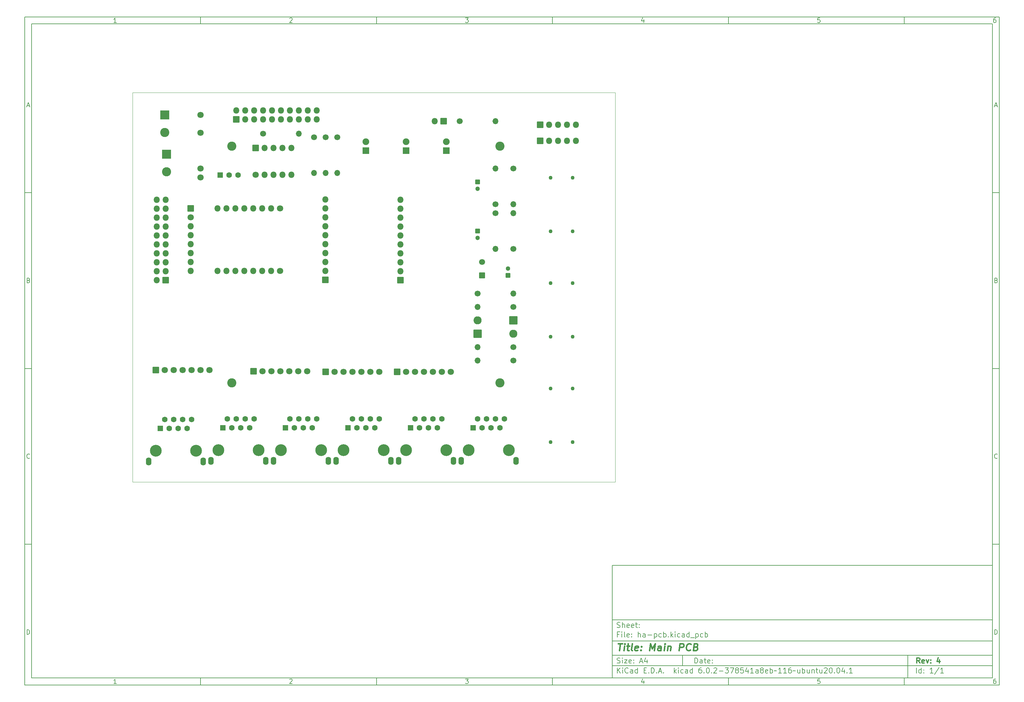
<source format=gbr>
%TF.GenerationSoftware,KiCad,Pcbnew,6.0.2-378541a8eb~116~ubuntu20.04.1*%
%TF.CreationDate,2022-03-11T14:48:04+02:00*%
%TF.ProjectId,ha-pcb,68612d70-6362-42e6-9b69-6361645f7063,4*%
%TF.SameCoordinates,Original*%
%TF.FileFunction,Soldermask,Bot*%
%TF.FilePolarity,Negative*%
%FSLAX46Y46*%
G04 Gerber Fmt 4.6, Leading zero omitted, Abs format (unit mm)*
G04 Created by KiCad (PCBNEW 6.0.2-378541a8eb~116~ubuntu20.04.1) date 2022-03-11 14:48:04*
%MOMM*%
%LPD*%
G01*
G04 APERTURE LIST*
G04 Aperture macros list*
%AMRoundRect*
0 Rectangle with rounded corners*
0 $1 Rounding radius*
0 $2 $3 $4 $5 $6 $7 $8 $9 X,Y pos of 4 corners*
0 Add a 4 corners polygon primitive as box body*
4,1,4,$2,$3,$4,$5,$6,$7,$8,$9,$2,$3,0*
0 Add four circle primitives for the rounded corners*
1,1,$1+$1,$2,$3*
1,1,$1+$1,$4,$5*
1,1,$1+$1,$6,$7*
1,1,$1+$1,$8,$9*
0 Add four rect primitives between the rounded corners*
20,1,$1+$1,$2,$3,$4,$5,0*
20,1,$1+$1,$4,$5,$6,$7,0*
20,1,$1+$1,$6,$7,$8,$9,0*
20,1,$1+$1,$8,$9,$2,$3,0*%
G04 Aperture macros list end*
%ADD10C,0.100000*%
%ADD11C,0.150000*%
%ADD12C,0.300000*%
%ADD13C,0.400000*%
%TA.AperFunction,Profile*%
%ADD14C,0.100000*%
%TD*%
%ADD15RoundRect,0.050000X-0.850000X0.850000X-0.850000X-0.850000X0.850000X-0.850000X0.850000X0.850000X0*%
%ADD16O,1.800000X1.800000*%
%ADD17C,1.700000*%
%ADD18O,1.700000X1.700000*%
%ADD19RoundRect,0.050000X-1.250000X1.250000X-1.250000X-1.250000X1.250000X-1.250000X1.250000X1.250000X0*%
%ADD20C,2.600000*%
%ADD21C,3.350000*%
%ADD22RoundRect,0.050000X0.750000X0.750000X-0.750000X0.750000X-0.750000X-0.750000X0.750000X-0.750000X0*%
%ADD23C,1.600000*%
%ADD24O,1.600000X2.300000*%
%ADD25RoundRect,0.050000X0.900000X-0.900000X0.900000X0.900000X-0.900000X0.900000X-0.900000X-0.900000X0*%
%ADD26C,1.900000*%
%ADD27RoundRect,0.050000X0.800000X-0.800000X0.800000X0.800000X-0.800000X0.800000X-0.800000X-0.800000X0*%
%ADD28RoundRect,0.050000X-0.850000X-0.850000X0.850000X-0.850000X0.850000X0.850000X-0.850000X0.850000X0*%
%ADD29C,1.800000*%
%ADD30RoundRect,0.050000X0.850000X-0.850000X0.850000X0.850000X-0.850000X0.850000X-0.850000X-0.850000X0*%
%ADD31RoundRect,0.050000X0.600000X-0.600000X0.600000X0.600000X-0.600000X0.600000X-0.600000X-0.600000X0*%
%ADD32C,1.300000*%
%ADD33C,1.100000*%
%ADD34RoundRect,0.050000X1.100000X1.100000X-1.100000X1.100000X-1.100000X-1.100000X1.100000X-1.100000X0*%
%ADD35O,2.300000X2.300000*%
%ADD36RoundRect,0.050000X-0.600000X0.600000X-0.600000X-0.600000X0.600000X-0.600000X0.600000X0.600000X0*%
%ADD37RoundRect,0.050000X0.850000X0.850000X-0.850000X0.850000X-0.850000X-0.850000X0.850000X-0.850000X0*%
%ADD38RoundRect,0.050000X-1.100000X-1.100000X1.100000X-1.100000X1.100000X1.100000X-1.100000X1.100000X0*%
%ADD39RoundRect,0.050000X-0.750000X-0.750000X0.750000X-0.750000X0.750000X0.750000X-0.750000X0.750000X0*%
G04 APERTURE END LIST*
D10*
D11*
X177002200Y-166007200D02*
X177002200Y-198007200D01*
X285002200Y-198007200D01*
X285002200Y-166007200D01*
X177002200Y-166007200D01*
D10*
D11*
X10000000Y-10000000D02*
X10000000Y-200007200D01*
X287002200Y-200007200D01*
X287002200Y-10000000D01*
X10000000Y-10000000D01*
D10*
D11*
X12000000Y-12000000D02*
X12000000Y-198007200D01*
X285002200Y-198007200D01*
X285002200Y-12000000D01*
X12000000Y-12000000D01*
D10*
D11*
X60000000Y-12000000D02*
X60000000Y-10000000D01*
D10*
D11*
X110000000Y-12000000D02*
X110000000Y-10000000D01*
D10*
D11*
X160000000Y-12000000D02*
X160000000Y-10000000D01*
D10*
D11*
X210000000Y-12000000D02*
X210000000Y-10000000D01*
D10*
D11*
X260000000Y-12000000D02*
X260000000Y-10000000D01*
D10*
D11*
X36065476Y-11588095D02*
X35322619Y-11588095D01*
X35694047Y-11588095D02*
X35694047Y-10288095D01*
X35570238Y-10473809D01*
X35446428Y-10597619D01*
X35322619Y-10659523D01*
D10*
D11*
X85322619Y-10411904D02*
X85384523Y-10350000D01*
X85508333Y-10288095D01*
X85817857Y-10288095D01*
X85941666Y-10350000D01*
X86003571Y-10411904D01*
X86065476Y-10535714D01*
X86065476Y-10659523D01*
X86003571Y-10845238D01*
X85260714Y-11588095D01*
X86065476Y-11588095D01*
D10*
D11*
X135260714Y-10288095D02*
X136065476Y-10288095D01*
X135632142Y-10783333D01*
X135817857Y-10783333D01*
X135941666Y-10845238D01*
X136003571Y-10907142D01*
X136065476Y-11030952D01*
X136065476Y-11340476D01*
X136003571Y-11464285D01*
X135941666Y-11526190D01*
X135817857Y-11588095D01*
X135446428Y-11588095D01*
X135322619Y-11526190D01*
X135260714Y-11464285D01*
D10*
D11*
X185941666Y-10721428D02*
X185941666Y-11588095D01*
X185632142Y-10226190D02*
X185322619Y-11154761D01*
X186127380Y-11154761D01*
D10*
D11*
X236003571Y-10288095D02*
X235384523Y-10288095D01*
X235322619Y-10907142D01*
X235384523Y-10845238D01*
X235508333Y-10783333D01*
X235817857Y-10783333D01*
X235941666Y-10845238D01*
X236003571Y-10907142D01*
X236065476Y-11030952D01*
X236065476Y-11340476D01*
X236003571Y-11464285D01*
X235941666Y-11526190D01*
X235817857Y-11588095D01*
X235508333Y-11588095D01*
X235384523Y-11526190D01*
X235322619Y-11464285D01*
D10*
D11*
X285941666Y-10288095D02*
X285694047Y-10288095D01*
X285570238Y-10350000D01*
X285508333Y-10411904D01*
X285384523Y-10597619D01*
X285322619Y-10845238D01*
X285322619Y-11340476D01*
X285384523Y-11464285D01*
X285446428Y-11526190D01*
X285570238Y-11588095D01*
X285817857Y-11588095D01*
X285941666Y-11526190D01*
X286003571Y-11464285D01*
X286065476Y-11340476D01*
X286065476Y-11030952D01*
X286003571Y-10907142D01*
X285941666Y-10845238D01*
X285817857Y-10783333D01*
X285570238Y-10783333D01*
X285446428Y-10845238D01*
X285384523Y-10907142D01*
X285322619Y-11030952D01*
D10*
D11*
X60000000Y-198007200D02*
X60000000Y-200007200D01*
D10*
D11*
X110000000Y-198007200D02*
X110000000Y-200007200D01*
D10*
D11*
X160000000Y-198007200D02*
X160000000Y-200007200D01*
D10*
D11*
X210000000Y-198007200D02*
X210000000Y-200007200D01*
D10*
D11*
X260000000Y-198007200D02*
X260000000Y-200007200D01*
D10*
D11*
X36065476Y-199595295D02*
X35322619Y-199595295D01*
X35694047Y-199595295D02*
X35694047Y-198295295D01*
X35570238Y-198481009D01*
X35446428Y-198604819D01*
X35322619Y-198666723D01*
D10*
D11*
X85322619Y-198419104D02*
X85384523Y-198357200D01*
X85508333Y-198295295D01*
X85817857Y-198295295D01*
X85941666Y-198357200D01*
X86003571Y-198419104D01*
X86065476Y-198542914D01*
X86065476Y-198666723D01*
X86003571Y-198852438D01*
X85260714Y-199595295D01*
X86065476Y-199595295D01*
D10*
D11*
X135260714Y-198295295D02*
X136065476Y-198295295D01*
X135632142Y-198790533D01*
X135817857Y-198790533D01*
X135941666Y-198852438D01*
X136003571Y-198914342D01*
X136065476Y-199038152D01*
X136065476Y-199347676D01*
X136003571Y-199471485D01*
X135941666Y-199533390D01*
X135817857Y-199595295D01*
X135446428Y-199595295D01*
X135322619Y-199533390D01*
X135260714Y-199471485D01*
D10*
D11*
X185941666Y-198728628D02*
X185941666Y-199595295D01*
X185632142Y-198233390D02*
X185322619Y-199161961D01*
X186127380Y-199161961D01*
D10*
D11*
X236003571Y-198295295D02*
X235384523Y-198295295D01*
X235322619Y-198914342D01*
X235384523Y-198852438D01*
X235508333Y-198790533D01*
X235817857Y-198790533D01*
X235941666Y-198852438D01*
X236003571Y-198914342D01*
X236065476Y-199038152D01*
X236065476Y-199347676D01*
X236003571Y-199471485D01*
X235941666Y-199533390D01*
X235817857Y-199595295D01*
X235508333Y-199595295D01*
X235384523Y-199533390D01*
X235322619Y-199471485D01*
D10*
D11*
X285941666Y-198295295D02*
X285694047Y-198295295D01*
X285570238Y-198357200D01*
X285508333Y-198419104D01*
X285384523Y-198604819D01*
X285322619Y-198852438D01*
X285322619Y-199347676D01*
X285384523Y-199471485D01*
X285446428Y-199533390D01*
X285570238Y-199595295D01*
X285817857Y-199595295D01*
X285941666Y-199533390D01*
X286003571Y-199471485D01*
X286065476Y-199347676D01*
X286065476Y-199038152D01*
X286003571Y-198914342D01*
X285941666Y-198852438D01*
X285817857Y-198790533D01*
X285570238Y-198790533D01*
X285446428Y-198852438D01*
X285384523Y-198914342D01*
X285322619Y-199038152D01*
D10*
D11*
X10000000Y-60000000D02*
X12000000Y-60000000D01*
D10*
D11*
X10000000Y-110000000D02*
X12000000Y-110000000D01*
D10*
D11*
X10000000Y-160000000D02*
X12000000Y-160000000D01*
D10*
D11*
X10690476Y-35216666D02*
X11309523Y-35216666D01*
X10566666Y-35588095D02*
X11000000Y-34288095D01*
X11433333Y-35588095D01*
D10*
D11*
X11092857Y-84907142D02*
X11278571Y-84969047D01*
X11340476Y-85030952D01*
X11402380Y-85154761D01*
X11402380Y-85340476D01*
X11340476Y-85464285D01*
X11278571Y-85526190D01*
X11154761Y-85588095D01*
X10659523Y-85588095D01*
X10659523Y-84288095D01*
X11092857Y-84288095D01*
X11216666Y-84350000D01*
X11278571Y-84411904D01*
X11340476Y-84535714D01*
X11340476Y-84659523D01*
X11278571Y-84783333D01*
X11216666Y-84845238D01*
X11092857Y-84907142D01*
X10659523Y-84907142D01*
D10*
D11*
X11402380Y-135464285D02*
X11340476Y-135526190D01*
X11154761Y-135588095D01*
X11030952Y-135588095D01*
X10845238Y-135526190D01*
X10721428Y-135402380D01*
X10659523Y-135278571D01*
X10597619Y-135030952D01*
X10597619Y-134845238D01*
X10659523Y-134597619D01*
X10721428Y-134473809D01*
X10845238Y-134350000D01*
X11030952Y-134288095D01*
X11154761Y-134288095D01*
X11340476Y-134350000D01*
X11402380Y-134411904D01*
D10*
D11*
X10659523Y-185588095D02*
X10659523Y-184288095D01*
X10969047Y-184288095D01*
X11154761Y-184350000D01*
X11278571Y-184473809D01*
X11340476Y-184597619D01*
X11402380Y-184845238D01*
X11402380Y-185030952D01*
X11340476Y-185278571D01*
X11278571Y-185402380D01*
X11154761Y-185526190D01*
X10969047Y-185588095D01*
X10659523Y-185588095D01*
D10*
D11*
X287002200Y-60000000D02*
X285002200Y-60000000D01*
D10*
D11*
X287002200Y-110000000D02*
X285002200Y-110000000D01*
D10*
D11*
X287002200Y-160000000D02*
X285002200Y-160000000D01*
D10*
D11*
X285692676Y-35216666D02*
X286311723Y-35216666D01*
X285568866Y-35588095D02*
X286002200Y-34288095D01*
X286435533Y-35588095D01*
D10*
D11*
X286095057Y-84907142D02*
X286280771Y-84969047D01*
X286342676Y-85030952D01*
X286404580Y-85154761D01*
X286404580Y-85340476D01*
X286342676Y-85464285D01*
X286280771Y-85526190D01*
X286156961Y-85588095D01*
X285661723Y-85588095D01*
X285661723Y-84288095D01*
X286095057Y-84288095D01*
X286218866Y-84350000D01*
X286280771Y-84411904D01*
X286342676Y-84535714D01*
X286342676Y-84659523D01*
X286280771Y-84783333D01*
X286218866Y-84845238D01*
X286095057Y-84907142D01*
X285661723Y-84907142D01*
D10*
D11*
X286404580Y-135464285D02*
X286342676Y-135526190D01*
X286156961Y-135588095D01*
X286033152Y-135588095D01*
X285847438Y-135526190D01*
X285723628Y-135402380D01*
X285661723Y-135278571D01*
X285599819Y-135030952D01*
X285599819Y-134845238D01*
X285661723Y-134597619D01*
X285723628Y-134473809D01*
X285847438Y-134350000D01*
X286033152Y-134288095D01*
X286156961Y-134288095D01*
X286342676Y-134350000D01*
X286404580Y-134411904D01*
D10*
D11*
X285661723Y-185588095D02*
X285661723Y-184288095D01*
X285971247Y-184288095D01*
X286156961Y-184350000D01*
X286280771Y-184473809D01*
X286342676Y-184597619D01*
X286404580Y-184845238D01*
X286404580Y-185030952D01*
X286342676Y-185278571D01*
X286280771Y-185402380D01*
X286156961Y-185526190D01*
X285971247Y-185588095D01*
X285661723Y-185588095D01*
D10*
D11*
X200434342Y-193785771D02*
X200434342Y-192285771D01*
X200791485Y-192285771D01*
X201005771Y-192357200D01*
X201148628Y-192500057D01*
X201220057Y-192642914D01*
X201291485Y-192928628D01*
X201291485Y-193142914D01*
X201220057Y-193428628D01*
X201148628Y-193571485D01*
X201005771Y-193714342D01*
X200791485Y-193785771D01*
X200434342Y-193785771D01*
X202577200Y-193785771D02*
X202577200Y-193000057D01*
X202505771Y-192857200D01*
X202362914Y-192785771D01*
X202077200Y-192785771D01*
X201934342Y-192857200D01*
X202577200Y-193714342D02*
X202434342Y-193785771D01*
X202077200Y-193785771D01*
X201934342Y-193714342D01*
X201862914Y-193571485D01*
X201862914Y-193428628D01*
X201934342Y-193285771D01*
X202077200Y-193214342D01*
X202434342Y-193214342D01*
X202577200Y-193142914D01*
X203077200Y-192785771D02*
X203648628Y-192785771D01*
X203291485Y-192285771D02*
X203291485Y-193571485D01*
X203362914Y-193714342D01*
X203505771Y-193785771D01*
X203648628Y-193785771D01*
X204720057Y-193714342D02*
X204577200Y-193785771D01*
X204291485Y-193785771D01*
X204148628Y-193714342D01*
X204077200Y-193571485D01*
X204077200Y-193000057D01*
X204148628Y-192857200D01*
X204291485Y-192785771D01*
X204577200Y-192785771D01*
X204720057Y-192857200D01*
X204791485Y-193000057D01*
X204791485Y-193142914D01*
X204077200Y-193285771D01*
X205434342Y-193642914D02*
X205505771Y-193714342D01*
X205434342Y-193785771D01*
X205362914Y-193714342D01*
X205434342Y-193642914D01*
X205434342Y-193785771D01*
X205434342Y-192857200D02*
X205505771Y-192928628D01*
X205434342Y-193000057D01*
X205362914Y-192928628D01*
X205434342Y-192857200D01*
X205434342Y-193000057D01*
D10*
D11*
X177002200Y-194507200D02*
X285002200Y-194507200D01*
D10*
D11*
X178434342Y-196585771D02*
X178434342Y-195085771D01*
X179291485Y-196585771D02*
X178648628Y-195728628D01*
X179291485Y-195085771D02*
X178434342Y-195942914D01*
X179934342Y-196585771D02*
X179934342Y-195585771D01*
X179934342Y-195085771D02*
X179862914Y-195157200D01*
X179934342Y-195228628D01*
X180005771Y-195157200D01*
X179934342Y-195085771D01*
X179934342Y-195228628D01*
X181505771Y-196442914D02*
X181434342Y-196514342D01*
X181220057Y-196585771D01*
X181077200Y-196585771D01*
X180862914Y-196514342D01*
X180720057Y-196371485D01*
X180648628Y-196228628D01*
X180577200Y-195942914D01*
X180577200Y-195728628D01*
X180648628Y-195442914D01*
X180720057Y-195300057D01*
X180862914Y-195157200D01*
X181077200Y-195085771D01*
X181220057Y-195085771D01*
X181434342Y-195157200D01*
X181505771Y-195228628D01*
X182791485Y-196585771D02*
X182791485Y-195800057D01*
X182720057Y-195657200D01*
X182577200Y-195585771D01*
X182291485Y-195585771D01*
X182148628Y-195657200D01*
X182791485Y-196514342D02*
X182648628Y-196585771D01*
X182291485Y-196585771D01*
X182148628Y-196514342D01*
X182077200Y-196371485D01*
X182077200Y-196228628D01*
X182148628Y-196085771D01*
X182291485Y-196014342D01*
X182648628Y-196014342D01*
X182791485Y-195942914D01*
X184148628Y-196585771D02*
X184148628Y-195085771D01*
X184148628Y-196514342D02*
X184005771Y-196585771D01*
X183720057Y-196585771D01*
X183577200Y-196514342D01*
X183505771Y-196442914D01*
X183434342Y-196300057D01*
X183434342Y-195871485D01*
X183505771Y-195728628D01*
X183577200Y-195657200D01*
X183720057Y-195585771D01*
X184005771Y-195585771D01*
X184148628Y-195657200D01*
X186005771Y-195800057D02*
X186505771Y-195800057D01*
X186720057Y-196585771D02*
X186005771Y-196585771D01*
X186005771Y-195085771D01*
X186720057Y-195085771D01*
X187362914Y-196442914D02*
X187434342Y-196514342D01*
X187362914Y-196585771D01*
X187291485Y-196514342D01*
X187362914Y-196442914D01*
X187362914Y-196585771D01*
X188077200Y-196585771D02*
X188077200Y-195085771D01*
X188434342Y-195085771D01*
X188648628Y-195157200D01*
X188791485Y-195300057D01*
X188862914Y-195442914D01*
X188934342Y-195728628D01*
X188934342Y-195942914D01*
X188862914Y-196228628D01*
X188791485Y-196371485D01*
X188648628Y-196514342D01*
X188434342Y-196585771D01*
X188077200Y-196585771D01*
X189577200Y-196442914D02*
X189648628Y-196514342D01*
X189577200Y-196585771D01*
X189505771Y-196514342D01*
X189577200Y-196442914D01*
X189577200Y-196585771D01*
X190220057Y-196157200D02*
X190934342Y-196157200D01*
X190077200Y-196585771D02*
X190577200Y-195085771D01*
X191077200Y-196585771D01*
X191577200Y-196442914D02*
X191648628Y-196514342D01*
X191577200Y-196585771D01*
X191505771Y-196514342D01*
X191577200Y-196442914D01*
X191577200Y-196585771D01*
X194577200Y-196585771D02*
X194577200Y-195085771D01*
X194720057Y-196014342D02*
X195148628Y-196585771D01*
X195148628Y-195585771D02*
X194577200Y-196157200D01*
X195791485Y-196585771D02*
X195791485Y-195585771D01*
X195791485Y-195085771D02*
X195720057Y-195157200D01*
X195791485Y-195228628D01*
X195862914Y-195157200D01*
X195791485Y-195085771D01*
X195791485Y-195228628D01*
X197148628Y-196514342D02*
X197005771Y-196585771D01*
X196720057Y-196585771D01*
X196577200Y-196514342D01*
X196505771Y-196442914D01*
X196434342Y-196300057D01*
X196434342Y-195871485D01*
X196505771Y-195728628D01*
X196577200Y-195657200D01*
X196720057Y-195585771D01*
X197005771Y-195585771D01*
X197148628Y-195657200D01*
X198434342Y-196585771D02*
X198434342Y-195800057D01*
X198362914Y-195657200D01*
X198220057Y-195585771D01*
X197934342Y-195585771D01*
X197791485Y-195657200D01*
X198434342Y-196514342D02*
X198291485Y-196585771D01*
X197934342Y-196585771D01*
X197791485Y-196514342D01*
X197720057Y-196371485D01*
X197720057Y-196228628D01*
X197791485Y-196085771D01*
X197934342Y-196014342D01*
X198291485Y-196014342D01*
X198434342Y-195942914D01*
X199791485Y-196585771D02*
X199791485Y-195085771D01*
X199791485Y-196514342D02*
X199648628Y-196585771D01*
X199362914Y-196585771D01*
X199220057Y-196514342D01*
X199148628Y-196442914D01*
X199077200Y-196300057D01*
X199077200Y-195871485D01*
X199148628Y-195728628D01*
X199220057Y-195657200D01*
X199362914Y-195585771D01*
X199648628Y-195585771D01*
X199791485Y-195657200D01*
X202291485Y-195085771D02*
X202005771Y-195085771D01*
X201862914Y-195157200D01*
X201791485Y-195228628D01*
X201648628Y-195442914D01*
X201577200Y-195728628D01*
X201577200Y-196300057D01*
X201648628Y-196442914D01*
X201720057Y-196514342D01*
X201862914Y-196585771D01*
X202148628Y-196585771D01*
X202291485Y-196514342D01*
X202362914Y-196442914D01*
X202434342Y-196300057D01*
X202434342Y-195942914D01*
X202362914Y-195800057D01*
X202291485Y-195728628D01*
X202148628Y-195657200D01*
X201862914Y-195657200D01*
X201720057Y-195728628D01*
X201648628Y-195800057D01*
X201577200Y-195942914D01*
X203077200Y-196442914D02*
X203148628Y-196514342D01*
X203077200Y-196585771D01*
X203005771Y-196514342D01*
X203077200Y-196442914D01*
X203077200Y-196585771D01*
X204077200Y-195085771D02*
X204220057Y-195085771D01*
X204362914Y-195157200D01*
X204434342Y-195228628D01*
X204505771Y-195371485D01*
X204577200Y-195657200D01*
X204577200Y-196014342D01*
X204505771Y-196300057D01*
X204434342Y-196442914D01*
X204362914Y-196514342D01*
X204220057Y-196585771D01*
X204077200Y-196585771D01*
X203934342Y-196514342D01*
X203862914Y-196442914D01*
X203791485Y-196300057D01*
X203720057Y-196014342D01*
X203720057Y-195657200D01*
X203791485Y-195371485D01*
X203862914Y-195228628D01*
X203934342Y-195157200D01*
X204077200Y-195085771D01*
X205220057Y-196442914D02*
X205291485Y-196514342D01*
X205220057Y-196585771D01*
X205148628Y-196514342D01*
X205220057Y-196442914D01*
X205220057Y-196585771D01*
X205862914Y-195228628D02*
X205934342Y-195157200D01*
X206077200Y-195085771D01*
X206434342Y-195085771D01*
X206577200Y-195157200D01*
X206648628Y-195228628D01*
X206720057Y-195371485D01*
X206720057Y-195514342D01*
X206648628Y-195728628D01*
X205791485Y-196585771D01*
X206720057Y-196585771D01*
X207362914Y-196014342D02*
X208505771Y-196014342D01*
X209077200Y-195085771D02*
X210005771Y-195085771D01*
X209505771Y-195657200D01*
X209720057Y-195657200D01*
X209862914Y-195728628D01*
X209934342Y-195800057D01*
X210005771Y-195942914D01*
X210005771Y-196300057D01*
X209934342Y-196442914D01*
X209862914Y-196514342D01*
X209720057Y-196585771D01*
X209291485Y-196585771D01*
X209148628Y-196514342D01*
X209077200Y-196442914D01*
X210505771Y-195085771D02*
X211505771Y-195085771D01*
X210862914Y-196585771D01*
X212291485Y-195728628D02*
X212148628Y-195657200D01*
X212077200Y-195585771D01*
X212005771Y-195442914D01*
X212005771Y-195371485D01*
X212077200Y-195228628D01*
X212148628Y-195157200D01*
X212291485Y-195085771D01*
X212577200Y-195085771D01*
X212720057Y-195157200D01*
X212791485Y-195228628D01*
X212862914Y-195371485D01*
X212862914Y-195442914D01*
X212791485Y-195585771D01*
X212720057Y-195657200D01*
X212577200Y-195728628D01*
X212291485Y-195728628D01*
X212148628Y-195800057D01*
X212077200Y-195871485D01*
X212005771Y-196014342D01*
X212005771Y-196300057D01*
X212077200Y-196442914D01*
X212148628Y-196514342D01*
X212291485Y-196585771D01*
X212577200Y-196585771D01*
X212720057Y-196514342D01*
X212791485Y-196442914D01*
X212862914Y-196300057D01*
X212862914Y-196014342D01*
X212791485Y-195871485D01*
X212720057Y-195800057D01*
X212577200Y-195728628D01*
X214220057Y-195085771D02*
X213505771Y-195085771D01*
X213434342Y-195800057D01*
X213505771Y-195728628D01*
X213648628Y-195657200D01*
X214005771Y-195657200D01*
X214148628Y-195728628D01*
X214220057Y-195800057D01*
X214291485Y-195942914D01*
X214291485Y-196300057D01*
X214220057Y-196442914D01*
X214148628Y-196514342D01*
X214005771Y-196585771D01*
X213648628Y-196585771D01*
X213505771Y-196514342D01*
X213434342Y-196442914D01*
X215577200Y-195585771D02*
X215577200Y-196585771D01*
X215220057Y-195014342D02*
X214862914Y-196085771D01*
X215791485Y-196085771D01*
X217148628Y-196585771D02*
X216291485Y-196585771D01*
X216720057Y-196585771D02*
X216720057Y-195085771D01*
X216577200Y-195300057D01*
X216434342Y-195442914D01*
X216291485Y-195514342D01*
X218434342Y-196585771D02*
X218434342Y-195800057D01*
X218362914Y-195657200D01*
X218220057Y-195585771D01*
X217934342Y-195585771D01*
X217791485Y-195657200D01*
X218434342Y-196514342D02*
X218291485Y-196585771D01*
X217934342Y-196585771D01*
X217791485Y-196514342D01*
X217720057Y-196371485D01*
X217720057Y-196228628D01*
X217791485Y-196085771D01*
X217934342Y-196014342D01*
X218291485Y-196014342D01*
X218434342Y-195942914D01*
X219362914Y-195728628D02*
X219220057Y-195657200D01*
X219148628Y-195585771D01*
X219077200Y-195442914D01*
X219077200Y-195371485D01*
X219148628Y-195228628D01*
X219220057Y-195157200D01*
X219362914Y-195085771D01*
X219648628Y-195085771D01*
X219791485Y-195157200D01*
X219862914Y-195228628D01*
X219934342Y-195371485D01*
X219934342Y-195442914D01*
X219862914Y-195585771D01*
X219791485Y-195657200D01*
X219648628Y-195728628D01*
X219362914Y-195728628D01*
X219220057Y-195800057D01*
X219148628Y-195871485D01*
X219077200Y-196014342D01*
X219077200Y-196300057D01*
X219148628Y-196442914D01*
X219220057Y-196514342D01*
X219362914Y-196585771D01*
X219648628Y-196585771D01*
X219791485Y-196514342D01*
X219862914Y-196442914D01*
X219934342Y-196300057D01*
X219934342Y-196014342D01*
X219862914Y-195871485D01*
X219791485Y-195800057D01*
X219648628Y-195728628D01*
X221148628Y-196514342D02*
X221005771Y-196585771D01*
X220720057Y-196585771D01*
X220577200Y-196514342D01*
X220505771Y-196371485D01*
X220505771Y-195800057D01*
X220577200Y-195657200D01*
X220720057Y-195585771D01*
X221005771Y-195585771D01*
X221148628Y-195657200D01*
X221220057Y-195800057D01*
X221220057Y-195942914D01*
X220505771Y-196085771D01*
X221862914Y-196585771D02*
X221862914Y-195085771D01*
X221862914Y-195657200D02*
X222005771Y-195585771D01*
X222291485Y-195585771D01*
X222434342Y-195657200D01*
X222505771Y-195728628D01*
X222577200Y-195871485D01*
X222577200Y-196300057D01*
X222505771Y-196442914D01*
X222434342Y-196514342D01*
X222291485Y-196585771D01*
X222005771Y-196585771D01*
X221862914Y-196514342D01*
X223005771Y-196014342D02*
X223077200Y-195942914D01*
X223220057Y-195871485D01*
X223505771Y-196014342D01*
X223648628Y-195942914D01*
X223720057Y-195871485D01*
X225077200Y-196585771D02*
X224220057Y-196585771D01*
X224648628Y-196585771D02*
X224648628Y-195085771D01*
X224505771Y-195300057D01*
X224362914Y-195442914D01*
X224220057Y-195514342D01*
X226505771Y-196585771D02*
X225648628Y-196585771D01*
X226077200Y-196585771D02*
X226077200Y-195085771D01*
X225934342Y-195300057D01*
X225791485Y-195442914D01*
X225648628Y-195514342D01*
X227791485Y-195085771D02*
X227505771Y-195085771D01*
X227362914Y-195157200D01*
X227291485Y-195228628D01*
X227148628Y-195442914D01*
X227077199Y-195728628D01*
X227077199Y-196300057D01*
X227148628Y-196442914D01*
X227220057Y-196514342D01*
X227362914Y-196585771D01*
X227648628Y-196585771D01*
X227791485Y-196514342D01*
X227862914Y-196442914D01*
X227934342Y-196300057D01*
X227934342Y-195942914D01*
X227862914Y-195800057D01*
X227791485Y-195728628D01*
X227648628Y-195657200D01*
X227362914Y-195657200D01*
X227220057Y-195728628D01*
X227148628Y-195800057D01*
X227077199Y-195942914D01*
X228362914Y-196014342D02*
X228434342Y-195942914D01*
X228577199Y-195871485D01*
X228862914Y-196014342D01*
X229005771Y-195942914D01*
X229077199Y-195871485D01*
X230291485Y-195585771D02*
X230291485Y-196585771D01*
X229648628Y-195585771D02*
X229648628Y-196371485D01*
X229720057Y-196514342D01*
X229862914Y-196585771D01*
X230077199Y-196585771D01*
X230220057Y-196514342D01*
X230291485Y-196442914D01*
X231005771Y-196585771D02*
X231005771Y-195085771D01*
X231005771Y-195657200D02*
X231148628Y-195585771D01*
X231434342Y-195585771D01*
X231577199Y-195657200D01*
X231648628Y-195728628D01*
X231720057Y-195871485D01*
X231720057Y-196300057D01*
X231648628Y-196442914D01*
X231577199Y-196514342D01*
X231434342Y-196585771D01*
X231148628Y-196585771D01*
X231005771Y-196514342D01*
X233005771Y-195585771D02*
X233005771Y-196585771D01*
X232362914Y-195585771D02*
X232362914Y-196371485D01*
X232434342Y-196514342D01*
X232577200Y-196585771D01*
X232791485Y-196585771D01*
X232934342Y-196514342D01*
X233005771Y-196442914D01*
X233720057Y-195585771D02*
X233720057Y-196585771D01*
X233720057Y-195728628D02*
X233791485Y-195657200D01*
X233934342Y-195585771D01*
X234148628Y-195585771D01*
X234291485Y-195657200D01*
X234362914Y-195800057D01*
X234362914Y-196585771D01*
X234862914Y-195585771D02*
X235434342Y-195585771D01*
X235077200Y-195085771D02*
X235077200Y-196371485D01*
X235148628Y-196514342D01*
X235291485Y-196585771D01*
X235434342Y-196585771D01*
X236577200Y-195585771D02*
X236577200Y-196585771D01*
X235934342Y-195585771D02*
X235934342Y-196371485D01*
X236005771Y-196514342D01*
X236148628Y-196585771D01*
X236362914Y-196585771D01*
X236505771Y-196514342D01*
X236577200Y-196442914D01*
X237220057Y-195228628D02*
X237291485Y-195157200D01*
X237434342Y-195085771D01*
X237791485Y-195085771D01*
X237934342Y-195157200D01*
X238005771Y-195228628D01*
X238077200Y-195371485D01*
X238077200Y-195514342D01*
X238005771Y-195728628D01*
X237148628Y-196585771D01*
X238077200Y-196585771D01*
X239005771Y-195085771D02*
X239148628Y-195085771D01*
X239291485Y-195157200D01*
X239362914Y-195228628D01*
X239434342Y-195371485D01*
X239505771Y-195657200D01*
X239505771Y-196014342D01*
X239434342Y-196300057D01*
X239362914Y-196442914D01*
X239291485Y-196514342D01*
X239148628Y-196585771D01*
X239005771Y-196585771D01*
X238862914Y-196514342D01*
X238791485Y-196442914D01*
X238720057Y-196300057D01*
X238648628Y-196014342D01*
X238648628Y-195657200D01*
X238720057Y-195371485D01*
X238791485Y-195228628D01*
X238862914Y-195157200D01*
X239005771Y-195085771D01*
X240148628Y-196442914D02*
X240220057Y-196514342D01*
X240148628Y-196585771D01*
X240077199Y-196514342D01*
X240148628Y-196442914D01*
X240148628Y-196585771D01*
X241148628Y-195085771D02*
X241291485Y-195085771D01*
X241434342Y-195157200D01*
X241505771Y-195228628D01*
X241577200Y-195371485D01*
X241648628Y-195657200D01*
X241648628Y-196014342D01*
X241577200Y-196300057D01*
X241505771Y-196442914D01*
X241434342Y-196514342D01*
X241291485Y-196585771D01*
X241148628Y-196585771D01*
X241005771Y-196514342D01*
X240934342Y-196442914D01*
X240862914Y-196300057D01*
X240791485Y-196014342D01*
X240791485Y-195657200D01*
X240862914Y-195371485D01*
X240934342Y-195228628D01*
X241005771Y-195157200D01*
X241148628Y-195085771D01*
X242934342Y-195585771D02*
X242934342Y-196585771D01*
X242577199Y-195014342D02*
X242220057Y-196085771D01*
X243148628Y-196085771D01*
X243720057Y-196442914D02*
X243791485Y-196514342D01*
X243720057Y-196585771D01*
X243648628Y-196514342D01*
X243720057Y-196442914D01*
X243720057Y-196585771D01*
X245220057Y-196585771D02*
X244362914Y-196585771D01*
X244791485Y-196585771D02*
X244791485Y-195085771D01*
X244648628Y-195300057D01*
X244505771Y-195442914D01*
X244362914Y-195514342D01*
D10*
D11*
X177002200Y-191507200D02*
X285002200Y-191507200D01*
D10*
D12*
X264411485Y-193785771D02*
X263911485Y-193071485D01*
X263554342Y-193785771D02*
X263554342Y-192285771D01*
X264125771Y-192285771D01*
X264268628Y-192357200D01*
X264340057Y-192428628D01*
X264411485Y-192571485D01*
X264411485Y-192785771D01*
X264340057Y-192928628D01*
X264268628Y-193000057D01*
X264125771Y-193071485D01*
X263554342Y-193071485D01*
X265625771Y-193714342D02*
X265482914Y-193785771D01*
X265197200Y-193785771D01*
X265054342Y-193714342D01*
X264982914Y-193571485D01*
X264982914Y-193000057D01*
X265054342Y-192857200D01*
X265197200Y-192785771D01*
X265482914Y-192785771D01*
X265625771Y-192857200D01*
X265697200Y-193000057D01*
X265697200Y-193142914D01*
X264982914Y-193285771D01*
X266197200Y-192785771D02*
X266554342Y-193785771D01*
X266911485Y-192785771D01*
X267482914Y-193642914D02*
X267554342Y-193714342D01*
X267482914Y-193785771D01*
X267411485Y-193714342D01*
X267482914Y-193642914D01*
X267482914Y-193785771D01*
X267482914Y-192857200D02*
X267554342Y-192928628D01*
X267482914Y-193000057D01*
X267411485Y-192928628D01*
X267482914Y-192857200D01*
X267482914Y-193000057D01*
X269982914Y-192785771D02*
X269982914Y-193785771D01*
X269625771Y-192214342D02*
X269268628Y-193285771D01*
X270197200Y-193285771D01*
D10*
D11*
X178362914Y-193714342D02*
X178577200Y-193785771D01*
X178934342Y-193785771D01*
X179077200Y-193714342D01*
X179148628Y-193642914D01*
X179220057Y-193500057D01*
X179220057Y-193357200D01*
X179148628Y-193214342D01*
X179077200Y-193142914D01*
X178934342Y-193071485D01*
X178648628Y-193000057D01*
X178505771Y-192928628D01*
X178434342Y-192857200D01*
X178362914Y-192714342D01*
X178362914Y-192571485D01*
X178434342Y-192428628D01*
X178505771Y-192357200D01*
X178648628Y-192285771D01*
X179005771Y-192285771D01*
X179220057Y-192357200D01*
X179862914Y-193785771D02*
X179862914Y-192785771D01*
X179862914Y-192285771D02*
X179791485Y-192357200D01*
X179862914Y-192428628D01*
X179934342Y-192357200D01*
X179862914Y-192285771D01*
X179862914Y-192428628D01*
X180434342Y-192785771D02*
X181220057Y-192785771D01*
X180434342Y-193785771D01*
X181220057Y-193785771D01*
X182362914Y-193714342D02*
X182220057Y-193785771D01*
X181934342Y-193785771D01*
X181791485Y-193714342D01*
X181720057Y-193571485D01*
X181720057Y-193000057D01*
X181791485Y-192857200D01*
X181934342Y-192785771D01*
X182220057Y-192785771D01*
X182362914Y-192857200D01*
X182434342Y-193000057D01*
X182434342Y-193142914D01*
X181720057Y-193285771D01*
X183077200Y-193642914D02*
X183148628Y-193714342D01*
X183077200Y-193785771D01*
X183005771Y-193714342D01*
X183077200Y-193642914D01*
X183077200Y-193785771D01*
X183077200Y-192857200D02*
X183148628Y-192928628D01*
X183077200Y-193000057D01*
X183005771Y-192928628D01*
X183077200Y-192857200D01*
X183077200Y-193000057D01*
X184862914Y-193357200D02*
X185577200Y-193357200D01*
X184720057Y-193785771D02*
X185220057Y-192285771D01*
X185720057Y-193785771D01*
X186862914Y-192785771D02*
X186862914Y-193785771D01*
X186505771Y-192214342D02*
X186148628Y-193285771D01*
X187077200Y-193285771D01*
D10*
D11*
X263434342Y-196585771D02*
X263434342Y-195085771D01*
X264791485Y-196585771D02*
X264791485Y-195085771D01*
X264791485Y-196514342D02*
X264648628Y-196585771D01*
X264362914Y-196585771D01*
X264220057Y-196514342D01*
X264148628Y-196442914D01*
X264077200Y-196300057D01*
X264077200Y-195871485D01*
X264148628Y-195728628D01*
X264220057Y-195657200D01*
X264362914Y-195585771D01*
X264648628Y-195585771D01*
X264791485Y-195657200D01*
X265505771Y-196442914D02*
X265577200Y-196514342D01*
X265505771Y-196585771D01*
X265434342Y-196514342D01*
X265505771Y-196442914D01*
X265505771Y-196585771D01*
X265505771Y-195657200D02*
X265577200Y-195728628D01*
X265505771Y-195800057D01*
X265434342Y-195728628D01*
X265505771Y-195657200D01*
X265505771Y-195800057D01*
X268148628Y-196585771D02*
X267291485Y-196585771D01*
X267720057Y-196585771D02*
X267720057Y-195085771D01*
X267577200Y-195300057D01*
X267434342Y-195442914D01*
X267291485Y-195514342D01*
X269862914Y-195014342D02*
X268577200Y-196942914D01*
X271148628Y-196585771D02*
X270291485Y-196585771D01*
X270720057Y-196585771D02*
X270720057Y-195085771D01*
X270577200Y-195300057D01*
X270434342Y-195442914D01*
X270291485Y-195514342D01*
D10*
D11*
X177002200Y-187507200D02*
X285002200Y-187507200D01*
D10*
D13*
X178714580Y-188211961D02*
X179857438Y-188211961D01*
X179036009Y-190211961D02*
X179286009Y-188211961D01*
X180274104Y-190211961D02*
X180440771Y-188878628D01*
X180524104Y-188211961D02*
X180416961Y-188307200D01*
X180500295Y-188402438D01*
X180607438Y-188307200D01*
X180524104Y-188211961D01*
X180500295Y-188402438D01*
X181107438Y-188878628D02*
X181869342Y-188878628D01*
X181476485Y-188211961D02*
X181262200Y-189926247D01*
X181333628Y-190116723D01*
X181512200Y-190211961D01*
X181702676Y-190211961D01*
X182655057Y-190211961D02*
X182476485Y-190116723D01*
X182405057Y-189926247D01*
X182619342Y-188211961D01*
X184190771Y-190116723D02*
X183988390Y-190211961D01*
X183607438Y-190211961D01*
X183428866Y-190116723D01*
X183357438Y-189926247D01*
X183452676Y-189164342D01*
X183571723Y-188973866D01*
X183774104Y-188878628D01*
X184155057Y-188878628D01*
X184333628Y-188973866D01*
X184405057Y-189164342D01*
X184381247Y-189354819D01*
X183405057Y-189545295D01*
X185155057Y-190021485D02*
X185238390Y-190116723D01*
X185131247Y-190211961D01*
X185047914Y-190116723D01*
X185155057Y-190021485D01*
X185131247Y-190211961D01*
X185286009Y-188973866D02*
X185369342Y-189069104D01*
X185262200Y-189164342D01*
X185178866Y-189069104D01*
X185286009Y-188973866D01*
X185262200Y-189164342D01*
X187607438Y-190211961D02*
X187857438Y-188211961D01*
X188345533Y-189640533D01*
X189190771Y-188211961D01*
X188940771Y-190211961D01*
X190750295Y-190211961D02*
X190881247Y-189164342D01*
X190809819Y-188973866D01*
X190631247Y-188878628D01*
X190250295Y-188878628D01*
X190047914Y-188973866D01*
X190762200Y-190116723D02*
X190559819Y-190211961D01*
X190083628Y-190211961D01*
X189905057Y-190116723D01*
X189833628Y-189926247D01*
X189857438Y-189735771D01*
X189976485Y-189545295D01*
X190178866Y-189450057D01*
X190655057Y-189450057D01*
X190857438Y-189354819D01*
X191702676Y-190211961D02*
X191869342Y-188878628D01*
X191952676Y-188211961D02*
X191845533Y-188307200D01*
X191928866Y-188402438D01*
X192036009Y-188307200D01*
X191952676Y-188211961D01*
X191928866Y-188402438D01*
X192821723Y-188878628D02*
X192655057Y-190211961D01*
X192797914Y-189069104D02*
X192905057Y-188973866D01*
X193107438Y-188878628D01*
X193393152Y-188878628D01*
X193571723Y-188973866D01*
X193643152Y-189164342D01*
X193512200Y-190211961D01*
X195988390Y-190211961D02*
X196238390Y-188211961D01*
X197000295Y-188211961D01*
X197178866Y-188307200D01*
X197262200Y-188402438D01*
X197333628Y-188592914D01*
X197297914Y-188878628D01*
X197178866Y-189069104D01*
X197071723Y-189164342D01*
X196869342Y-189259580D01*
X196107438Y-189259580D01*
X199155057Y-190021485D02*
X199047914Y-190116723D01*
X198750295Y-190211961D01*
X198559819Y-190211961D01*
X198286009Y-190116723D01*
X198119342Y-189926247D01*
X198047914Y-189735771D01*
X198000295Y-189354819D01*
X198036009Y-189069104D01*
X198178866Y-188688152D01*
X198297914Y-188497676D01*
X198512200Y-188307200D01*
X198809819Y-188211961D01*
X199000295Y-188211961D01*
X199274104Y-188307200D01*
X199357438Y-188402438D01*
X200786009Y-189164342D02*
X201059819Y-189259580D01*
X201143152Y-189354819D01*
X201214580Y-189545295D01*
X201178866Y-189831009D01*
X201059819Y-190021485D01*
X200952676Y-190116723D01*
X200750295Y-190211961D01*
X199988390Y-190211961D01*
X200238390Y-188211961D01*
X200905057Y-188211961D01*
X201083628Y-188307200D01*
X201166961Y-188402438D01*
X201238390Y-188592914D01*
X201214580Y-188783390D01*
X201095533Y-188973866D01*
X200988390Y-189069104D01*
X200786009Y-189164342D01*
X200119342Y-189164342D01*
D10*
D11*
X178934342Y-185600057D02*
X178434342Y-185600057D01*
X178434342Y-186385771D02*
X178434342Y-184885771D01*
X179148628Y-184885771D01*
X179720057Y-186385771D02*
X179720057Y-185385771D01*
X179720057Y-184885771D02*
X179648628Y-184957200D01*
X179720057Y-185028628D01*
X179791485Y-184957200D01*
X179720057Y-184885771D01*
X179720057Y-185028628D01*
X180648628Y-186385771D02*
X180505771Y-186314342D01*
X180434342Y-186171485D01*
X180434342Y-184885771D01*
X181791485Y-186314342D02*
X181648628Y-186385771D01*
X181362914Y-186385771D01*
X181220057Y-186314342D01*
X181148628Y-186171485D01*
X181148628Y-185600057D01*
X181220057Y-185457200D01*
X181362914Y-185385771D01*
X181648628Y-185385771D01*
X181791485Y-185457200D01*
X181862914Y-185600057D01*
X181862914Y-185742914D01*
X181148628Y-185885771D01*
X182505771Y-186242914D02*
X182577200Y-186314342D01*
X182505771Y-186385771D01*
X182434342Y-186314342D01*
X182505771Y-186242914D01*
X182505771Y-186385771D01*
X182505771Y-185457200D02*
X182577200Y-185528628D01*
X182505771Y-185600057D01*
X182434342Y-185528628D01*
X182505771Y-185457200D01*
X182505771Y-185600057D01*
X184362914Y-186385771D02*
X184362914Y-184885771D01*
X185005771Y-186385771D02*
X185005771Y-185600057D01*
X184934342Y-185457200D01*
X184791485Y-185385771D01*
X184577200Y-185385771D01*
X184434342Y-185457200D01*
X184362914Y-185528628D01*
X186362914Y-186385771D02*
X186362914Y-185600057D01*
X186291485Y-185457200D01*
X186148628Y-185385771D01*
X185862914Y-185385771D01*
X185720057Y-185457200D01*
X186362914Y-186314342D02*
X186220057Y-186385771D01*
X185862914Y-186385771D01*
X185720057Y-186314342D01*
X185648628Y-186171485D01*
X185648628Y-186028628D01*
X185720057Y-185885771D01*
X185862914Y-185814342D01*
X186220057Y-185814342D01*
X186362914Y-185742914D01*
X187077200Y-185814342D02*
X188220057Y-185814342D01*
X188934342Y-185385771D02*
X188934342Y-186885771D01*
X188934342Y-185457200D02*
X189077200Y-185385771D01*
X189362914Y-185385771D01*
X189505771Y-185457200D01*
X189577200Y-185528628D01*
X189648628Y-185671485D01*
X189648628Y-186100057D01*
X189577200Y-186242914D01*
X189505771Y-186314342D01*
X189362914Y-186385771D01*
X189077200Y-186385771D01*
X188934342Y-186314342D01*
X190934342Y-186314342D02*
X190791485Y-186385771D01*
X190505771Y-186385771D01*
X190362914Y-186314342D01*
X190291485Y-186242914D01*
X190220057Y-186100057D01*
X190220057Y-185671485D01*
X190291485Y-185528628D01*
X190362914Y-185457200D01*
X190505771Y-185385771D01*
X190791485Y-185385771D01*
X190934342Y-185457200D01*
X191577200Y-186385771D02*
X191577200Y-184885771D01*
X191577200Y-185457200D02*
X191720057Y-185385771D01*
X192005771Y-185385771D01*
X192148628Y-185457200D01*
X192220057Y-185528628D01*
X192291485Y-185671485D01*
X192291485Y-186100057D01*
X192220057Y-186242914D01*
X192148628Y-186314342D01*
X192005771Y-186385771D01*
X191720057Y-186385771D01*
X191577200Y-186314342D01*
X192934342Y-186242914D02*
X193005771Y-186314342D01*
X192934342Y-186385771D01*
X192862914Y-186314342D01*
X192934342Y-186242914D01*
X192934342Y-186385771D01*
X193648628Y-186385771D02*
X193648628Y-184885771D01*
X193791485Y-185814342D02*
X194220057Y-186385771D01*
X194220057Y-185385771D02*
X193648628Y-185957200D01*
X194862914Y-186385771D02*
X194862914Y-185385771D01*
X194862914Y-184885771D02*
X194791485Y-184957200D01*
X194862914Y-185028628D01*
X194934342Y-184957200D01*
X194862914Y-184885771D01*
X194862914Y-185028628D01*
X196220057Y-186314342D02*
X196077200Y-186385771D01*
X195791485Y-186385771D01*
X195648628Y-186314342D01*
X195577200Y-186242914D01*
X195505771Y-186100057D01*
X195505771Y-185671485D01*
X195577200Y-185528628D01*
X195648628Y-185457200D01*
X195791485Y-185385771D01*
X196077200Y-185385771D01*
X196220057Y-185457200D01*
X197505771Y-186385771D02*
X197505771Y-185600057D01*
X197434342Y-185457200D01*
X197291485Y-185385771D01*
X197005771Y-185385771D01*
X196862914Y-185457200D01*
X197505771Y-186314342D02*
X197362914Y-186385771D01*
X197005771Y-186385771D01*
X196862914Y-186314342D01*
X196791485Y-186171485D01*
X196791485Y-186028628D01*
X196862914Y-185885771D01*
X197005771Y-185814342D01*
X197362914Y-185814342D01*
X197505771Y-185742914D01*
X198862914Y-186385771D02*
X198862914Y-184885771D01*
X198862914Y-186314342D02*
X198720057Y-186385771D01*
X198434342Y-186385771D01*
X198291485Y-186314342D01*
X198220057Y-186242914D01*
X198148628Y-186100057D01*
X198148628Y-185671485D01*
X198220057Y-185528628D01*
X198291485Y-185457200D01*
X198434342Y-185385771D01*
X198720057Y-185385771D01*
X198862914Y-185457200D01*
X199220057Y-186528628D02*
X200362914Y-186528628D01*
X200720057Y-185385771D02*
X200720057Y-186885771D01*
X200720057Y-185457200D02*
X200862914Y-185385771D01*
X201148628Y-185385771D01*
X201291485Y-185457200D01*
X201362914Y-185528628D01*
X201434342Y-185671485D01*
X201434342Y-186100057D01*
X201362914Y-186242914D01*
X201291485Y-186314342D01*
X201148628Y-186385771D01*
X200862914Y-186385771D01*
X200720057Y-186314342D01*
X202720057Y-186314342D02*
X202577200Y-186385771D01*
X202291485Y-186385771D01*
X202148628Y-186314342D01*
X202077200Y-186242914D01*
X202005771Y-186100057D01*
X202005771Y-185671485D01*
X202077200Y-185528628D01*
X202148628Y-185457200D01*
X202291485Y-185385771D01*
X202577200Y-185385771D01*
X202720057Y-185457200D01*
X203362914Y-186385771D02*
X203362914Y-184885771D01*
X203362914Y-185457200D02*
X203505771Y-185385771D01*
X203791485Y-185385771D01*
X203934342Y-185457200D01*
X204005771Y-185528628D01*
X204077200Y-185671485D01*
X204077200Y-186100057D01*
X204005771Y-186242914D01*
X203934342Y-186314342D01*
X203791485Y-186385771D01*
X203505771Y-186385771D01*
X203362914Y-186314342D01*
D10*
D11*
X177002200Y-181507200D02*
X285002200Y-181507200D01*
D10*
D11*
X178362914Y-183614342D02*
X178577200Y-183685771D01*
X178934342Y-183685771D01*
X179077200Y-183614342D01*
X179148628Y-183542914D01*
X179220057Y-183400057D01*
X179220057Y-183257200D01*
X179148628Y-183114342D01*
X179077200Y-183042914D01*
X178934342Y-182971485D01*
X178648628Y-182900057D01*
X178505771Y-182828628D01*
X178434342Y-182757200D01*
X178362914Y-182614342D01*
X178362914Y-182471485D01*
X178434342Y-182328628D01*
X178505771Y-182257200D01*
X178648628Y-182185771D01*
X179005771Y-182185771D01*
X179220057Y-182257200D01*
X179862914Y-183685771D02*
X179862914Y-182185771D01*
X180505771Y-183685771D02*
X180505771Y-182900057D01*
X180434342Y-182757200D01*
X180291485Y-182685771D01*
X180077200Y-182685771D01*
X179934342Y-182757200D01*
X179862914Y-182828628D01*
X181791485Y-183614342D02*
X181648628Y-183685771D01*
X181362914Y-183685771D01*
X181220057Y-183614342D01*
X181148628Y-183471485D01*
X181148628Y-182900057D01*
X181220057Y-182757200D01*
X181362914Y-182685771D01*
X181648628Y-182685771D01*
X181791485Y-182757200D01*
X181862914Y-182900057D01*
X181862914Y-183042914D01*
X181148628Y-183185771D01*
X183077200Y-183614342D02*
X182934342Y-183685771D01*
X182648628Y-183685771D01*
X182505771Y-183614342D01*
X182434342Y-183471485D01*
X182434342Y-182900057D01*
X182505771Y-182757200D01*
X182648628Y-182685771D01*
X182934342Y-182685771D01*
X183077200Y-182757200D01*
X183148628Y-182900057D01*
X183148628Y-183042914D01*
X182434342Y-183185771D01*
X183577200Y-182685771D02*
X184148628Y-182685771D01*
X183791485Y-182185771D02*
X183791485Y-183471485D01*
X183862914Y-183614342D01*
X184005771Y-183685771D01*
X184148628Y-183685771D01*
X184648628Y-183542914D02*
X184720057Y-183614342D01*
X184648628Y-183685771D01*
X184577200Y-183614342D01*
X184648628Y-183542914D01*
X184648628Y-183685771D01*
X184648628Y-182757200D02*
X184720057Y-182828628D01*
X184648628Y-182900057D01*
X184577200Y-182828628D01*
X184648628Y-182757200D01*
X184648628Y-182900057D01*
D10*
D12*
D10*
D11*
D10*
D11*
D10*
D11*
D10*
D11*
D10*
D11*
X197002200Y-191507200D02*
X197002200Y-194507200D01*
D10*
D11*
X261002200Y-191507200D02*
X261002200Y-198007200D01*
D14*
X40640000Y-31496000D02*
X177800000Y-31496000D01*
X177800000Y-31496000D02*
X177800000Y-142240000D01*
X177800000Y-142240000D02*
X40640000Y-142240000D01*
X40640000Y-142240000D02*
X40640000Y-31496000D01*
D15*
%TO.C,JP1*%
X129032000Y-39624000D03*
D16*
X126492000Y-39624000D03*
%TD*%
D17*
%TO.C,R10*%
X95504000Y-44196000D03*
D18*
X95504000Y-54356000D03*
%TD*%
D19*
%TO.C,J2*%
X49792000Y-37886000D03*
D20*
X49792000Y-42886000D03*
%TD*%
D21*
%TO.C,J1*%
X58715500Y-133350000D03*
X47285500Y-133350000D03*
D22*
X48555500Y-127000000D03*
D23*
X49825500Y-124460000D03*
X51095500Y-127000000D03*
X52365500Y-124460000D03*
X53635500Y-127000000D03*
X54905500Y-124460000D03*
X56175500Y-127000000D03*
X57445500Y-124460000D03*
D24*
X60770500Y-136400000D03*
X45230500Y-136400000D03*
%TD*%
D25*
%TO.C,D4*%
X118364000Y-48006000D03*
D26*
X118364000Y-45466000D03*
%TD*%
D27*
%TO.C,C4*%
X139954000Y-83478380D03*
D17*
X139954000Y-79678380D03*
%TD*%
D28*
%TO.C,U3*%
X57150000Y-64465200D03*
D29*
X57150000Y-67005200D03*
D16*
X57150000Y-69545200D03*
X57150000Y-72085200D03*
X57150000Y-74625200D03*
X57150000Y-77165200D03*
X57150000Y-79705200D03*
X57150000Y-82245200D03*
X64770000Y-82245200D03*
X67310000Y-82245200D03*
X69850000Y-82245200D03*
X72390000Y-82245200D03*
X74930000Y-82245200D03*
X77470000Y-82245200D03*
X80010000Y-82245200D03*
D29*
X82550000Y-82245200D03*
X82550000Y-64465200D03*
D16*
X80010000Y-64465200D03*
X77470000Y-64465200D03*
X74930000Y-64465200D03*
X72390000Y-64465200D03*
X69850000Y-64465200D03*
X67310000Y-64465200D03*
X64770000Y-64465200D03*
%TD*%
D30*
%TO.C,U2*%
X75647000Y-47244000D03*
D16*
X78187000Y-47244000D03*
X80727000Y-47244000D03*
X83267000Y-47244000D03*
X85807000Y-47244000D03*
D29*
X75647000Y-54864000D03*
D16*
X78187000Y-54864000D03*
X80727000Y-54864000D03*
X83267000Y-54864000D03*
X85807000Y-54864000D03*
%TD*%
D17*
%TO.C,R8*%
X138684000Y-88646000D03*
D18*
X148844000Y-88646000D03*
%TD*%
D31*
%TO.C,C3*%
X147320000Y-83522600D03*
D32*
X147320000Y-81522600D03*
%TD*%
D25*
%TO.C,D5*%
X129794000Y-48006000D03*
D26*
X129794000Y-45466000D03*
%TD*%
D33*
%TO.C,J12*%
X165742900Y-55763900D03*
X159443700Y-55763900D03*
%TD*%
%TO.C,J14*%
X165742900Y-85735900D03*
X159443700Y-85735900D03*
%TD*%
D17*
%TO.C,R6*%
X148844000Y-103886000D03*
D18*
X138684000Y-103886000D03*
%TD*%
D30*
%TO.C,U5*%
X156469000Y-45212000D03*
D16*
X159009000Y-45212000D03*
X161549000Y-45212000D03*
X164089000Y-45212000D03*
X166629000Y-45212000D03*
%TD*%
D21*
%TO.C,J10*%
X118370000Y-133187500D03*
X129800000Y-133187500D03*
D22*
X119640000Y-126837500D03*
D23*
X120910000Y-124297500D03*
X122180000Y-126837500D03*
X123450000Y-124297500D03*
X124720000Y-126837500D03*
X125990000Y-124297500D03*
X127260000Y-126837500D03*
X128530000Y-124297500D03*
D24*
X131855000Y-136237500D03*
X116315000Y-136237500D03*
%TD*%
D34*
%TO.C,D3*%
X148844000Y-96266000D03*
D35*
X138684000Y-96266000D03*
%TD*%
D20*
%TO.C,H2*%
X68834000Y-114046000D03*
%TD*%
%TO.C,H3*%
X145034000Y-46736000D03*
%TD*%
D33*
%TO.C,J17*%
X165742900Y-130947900D03*
X159443700Y-130947900D03*
%TD*%
D20*
%TO.C,H1*%
X68834000Y-46736000D03*
%TD*%
D36*
%TO.C,C1*%
X138684000Y-56896000D03*
D32*
X138684000Y-58896000D03*
%TD*%
D21*
%TO.C,J9*%
X112020000Y-133187500D03*
X100590000Y-133187500D03*
D22*
X101860000Y-126837500D03*
D23*
X103130000Y-124297500D03*
X104400000Y-126837500D03*
X105670000Y-124297500D03*
X106940000Y-126837500D03*
X108210000Y-124297500D03*
X109480000Y-126837500D03*
X110750000Y-124297500D03*
D24*
X114075000Y-136237500D03*
X98535000Y-136237500D03*
%TD*%
D17*
%TO.C,R1*%
X92202000Y-44196000D03*
D18*
X92202000Y-54356000D03*
%TD*%
D33*
%TO.C,J15*%
X159443700Y-100975900D03*
X165742900Y-100975900D03*
%TD*%
D25*
%TO.C,D1*%
X106934000Y-48006000D03*
D26*
X106934000Y-45466000D03*
%TD*%
D17*
%TO.C,R12*%
X77724000Y-43180000D03*
D18*
X87884000Y-43180000D03*
%TD*%
D33*
%TO.C,J16*%
X165742900Y-115707900D03*
X159443700Y-115707900D03*
%TD*%
D37*
%TO.C,U8*%
X116751600Y-84866000D03*
D16*
X116751600Y-82326000D03*
X116751600Y-79786000D03*
X116751600Y-77246000D03*
X116751600Y-74706000D03*
X116751600Y-72166000D03*
X116751600Y-69626000D03*
X116751600Y-67086000D03*
X116751600Y-64546000D03*
X116751600Y-62006000D03*
%TD*%
D29*
%TO.C,U1*%
X59944000Y-37846000D03*
X59944000Y-42926000D03*
X59944000Y-53086000D03*
X59944000Y-55626000D03*
%TD*%
D17*
%TO.C,R13*%
X133604000Y-39624000D03*
D18*
X143764000Y-39624000D03*
%TD*%
D20*
%TO.C,H4*%
X145034000Y-114046000D03*
%TD*%
D37*
%TO.C,U9*%
X95424000Y-84815200D03*
D16*
X95424000Y-82275200D03*
X95424000Y-79735200D03*
X95424000Y-77195200D03*
X95424000Y-74655200D03*
X95424000Y-72115200D03*
X95424000Y-69575200D03*
X95424000Y-67035200D03*
X95424000Y-64495200D03*
X95424000Y-61955200D03*
%TD*%
D28*
%TO.C,U11*%
X115814000Y-110950000D03*
D29*
X118354000Y-110950000D03*
X120894000Y-110950000D03*
X123434000Y-110950000D03*
X125974000Y-110950000D03*
X128514000Y-110950000D03*
X131054000Y-110950000D03*
%TD*%
D28*
%TO.C,U10*%
X95494000Y-110950000D03*
D29*
X98034000Y-110950000D03*
X100574000Y-110950000D03*
X103114000Y-110950000D03*
X105654000Y-110950000D03*
X108194000Y-110950000D03*
X110734000Y-110950000D03*
%TD*%
D17*
%TO.C,R4*%
X148844000Y-75946000D03*
D18*
X148844000Y-65786000D03*
%TD*%
D21*
%TO.C,J11*%
X136150000Y-133187500D03*
X147580000Y-133187500D03*
D22*
X137420000Y-126837500D03*
D23*
X138690000Y-124297500D03*
X139960000Y-126837500D03*
X141230000Y-124297500D03*
X142500000Y-126837500D03*
X143770000Y-124297500D03*
X145040000Y-126837500D03*
X146310000Y-124297500D03*
D24*
X149635000Y-136237500D03*
X134095000Y-136237500D03*
%TD*%
D17*
%TO.C,R7*%
X148844000Y-92456000D03*
D18*
X138684000Y-92456000D03*
%TD*%
D17*
%TO.C,R2*%
X143764000Y-63246000D03*
D18*
X143764000Y-53086000D03*
%TD*%
D33*
%TO.C,J13*%
X165742900Y-71003900D03*
X159443700Y-71003900D03*
%TD*%
D30*
%TO.C,J4*%
X70104000Y-39116000D03*
D16*
X70104000Y-36576000D03*
X72644000Y-39116000D03*
X72644000Y-36576000D03*
X75184000Y-39116000D03*
X75184000Y-36576000D03*
X77724000Y-39116000D03*
X77724000Y-36576000D03*
X80264000Y-39116000D03*
X80264000Y-36576000D03*
X82804000Y-39116000D03*
X82804000Y-36576000D03*
X85344000Y-39116000D03*
X85344000Y-36576000D03*
X87884000Y-39116000D03*
X87884000Y-36576000D03*
X90424000Y-39116000D03*
X90424000Y-36576000D03*
X92964000Y-39116000D03*
X92964000Y-36576000D03*
%TD*%
D36*
%TO.C,C2*%
X138684000Y-70866000D03*
D32*
X138684000Y-72866000D03*
%TD*%
D28*
%TO.C,U4*%
X47234000Y-110442000D03*
D29*
X49774000Y-110442000D03*
X52314000Y-110442000D03*
X54854000Y-110442000D03*
X57394000Y-110442000D03*
X59934000Y-110442000D03*
X62474000Y-110442000D03*
%TD*%
D30*
%TO.C,J6*%
X156469000Y-40640000D03*
D16*
X159009000Y-40640000D03*
X161549000Y-40640000D03*
X164089000Y-40640000D03*
X166629000Y-40640000D03*
%TD*%
D17*
%TO.C,R9*%
X148844000Y-107696000D03*
D18*
X138684000Y-107696000D03*
%TD*%
D28*
%TO.C,U7*%
X75022000Y-110774000D03*
D29*
X77562000Y-110774000D03*
X80102000Y-110774000D03*
X82642000Y-110774000D03*
X85182000Y-110774000D03*
X87722000Y-110774000D03*
X90262000Y-110774000D03*
%TD*%
D37*
%TO.C,J7*%
X50043000Y-84831000D03*
D16*
X47503000Y-84831000D03*
X50043000Y-82291000D03*
X47503000Y-82291000D03*
X50043000Y-79751000D03*
X47503000Y-79751000D03*
X50043000Y-77211000D03*
X47503000Y-77211000D03*
X50043000Y-74671000D03*
X47503000Y-74671000D03*
X50043000Y-72131000D03*
X47503000Y-72131000D03*
X50043000Y-69591000D03*
X47503000Y-69591000D03*
X50043000Y-67051000D03*
X47503000Y-67051000D03*
X50043000Y-64511000D03*
X47503000Y-64511000D03*
X50043000Y-61971000D03*
X47503000Y-61971000D03*
%TD*%
D19*
%TO.C,J3*%
X50292000Y-49022000D03*
D20*
X50292000Y-54022000D03*
%TD*%
D17*
%TO.C,R11*%
X98806000Y-44196000D03*
D18*
X98806000Y-54356000D03*
%TD*%
D21*
%TO.C,J5*%
X65030000Y-133187500D03*
X76460000Y-133187500D03*
D22*
X66300000Y-126837500D03*
D23*
X67570000Y-124297500D03*
X68840000Y-126837500D03*
X70110000Y-124297500D03*
X71380000Y-126837500D03*
X72650000Y-124297500D03*
X73920000Y-126837500D03*
X75190000Y-124297500D03*
D24*
X62975000Y-136237500D03*
X78515000Y-136237500D03*
%TD*%
D38*
%TO.C,D2*%
X138684000Y-100076000D03*
D35*
X148844000Y-100076000D03*
%TD*%
D21*
%TO.C,J8*%
X94240000Y-133187500D03*
X82810000Y-133187500D03*
D22*
X84080000Y-126837500D03*
D23*
X85350000Y-124297500D03*
X86620000Y-126837500D03*
X87890000Y-124297500D03*
X89160000Y-126837500D03*
X90430000Y-124297500D03*
X91700000Y-126837500D03*
X92970000Y-124297500D03*
D24*
X96295000Y-136237500D03*
X80755000Y-136237500D03*
%TD*%
D39*
%TO.C,U6*%
X65532000Y-54970000D03*
D23*
X68072000Y-54970000D03*
X70612000Y-54970000D03*
%TD*%
D17*
%TO.C,R5*%
X143764000Y-65786000D03*
D18*
X143764000Y-75946000D03*
%TD*%
D17*
%TO.C,R3*%
X148844000Y-53086000D03*
D18*
X148844000Y-63246000D03*
%TD*%
M02*

</source>
